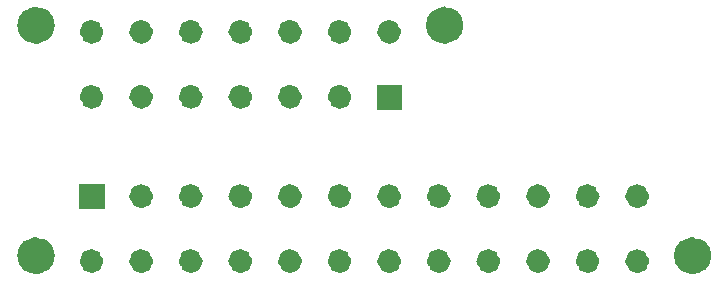
<source format=gbr>
%TF.GenerationSoftware,KiCad,Pcbnew,(5.1.9-0-10_14)*%
%TF.CreationDate,2023-05-06T09:45:43+02:00*%
%TF.ProjectId,SS1_ATX,5353315f-4154-4582-9e6b-696361645f70,rev?*%
%TF.SameCoordinates,Original*%
%TF.FileFunction,Soldermask,Bot*%
%TF.FilePolarity,Negative*%
%FSLAX46Y46*%
G04 Gerber Fmt 4.6, Leading zero omitted, Abs format (unit mm)*
G04 Created by KiCad (PCBNEW (5.1.9-0-10_14)) date 2023-05-06 09:45:43*
%MOMM*%
%LPD*%
G01*
G04 APERTURE LIST*
%ADD10C,1.026200*%
%ADD11C,1.576200*%
%ADD12C,0.010000*%
%ADD13C,3.000000*%
G04 APERTURE END LIST*
D10*
%TO.C,J2*%
X98013100Y-114390000D02*
G75*
G03*
X98013100Y-114390000I-513100J0D01*
G01*
X102213100Y-114390000D02*
G75*
G03*
X102213100Y-114390000I-513100J0D01*
G01*
X106413100Y-114390000D02*
G75*
G03*
X106413100Y-114390000I-513100J0D01*
G01*
X110613100Y-114390000D02*
G75*
G03*
X110613100Y-114390000I-513100J0D01*
G01*
X114813100Y-114390000D02*
G75*
G03*
X114813100Y-114390000I-513100J0D01*
G01*
X98013100Y-119890000D02*
G75*
G03*
X98013100Y-119890000I-513100J0D01*
G01*
X102213100Y-119890000D02*
G75*
G03*
X102213100Y-119890000I-513100J0D01*
G01*
X106413100Y-119890000D02*
G75*
G03*
X106413100Y-119890000I-513100J0D01*
G01*
X110613100Y-119890000D02*
G75*
G03*
X110613100Y-119890000I-513100J0D01*
G01*
X114813100Y-119890000D02*
G75*
G03*
X114813100Y-119890000I-513100J0D01*
G01*
D11*
X93588100Y-113830000D02*
G75*
G03*
X93588100Y-113830000I-788100J0D01*
G01*
D10*
X119013100Y-114390000D02*
G75*
G03*
X119013100Y-114390000I-513100J0D01*
G01*
X123213100Y-114390000D02*
G75*
G03*
X123213100Y-114390000I-513100J0D01*
G01*
D11*
X128188100Y-113830000D02*
G75*
G03*
X128188100Y-113830000I-788100J0D01*
G01*
D10*
X119013100Y-119890000D02*
G75*
G03*
X119013100Y-119890000I-513100J0D01*
G01*
D12*
G36*
X123726200Y-118863800D02*
G01*
X121673800Y-118863800D01*
X121673800Y-120916200D01*
X123726200Y-120916200D01*
X123726200Y-118863800D01*
G37*
X123726200Y-118863800D02*
X121673800Y-118863800D01*
X121673800Y-120916200D01*
X123726200Y-120916200D01*
X123726200Y-118863800D01*
D11*
%TO.C,J1*%
X93588100Y-133340000D02*
G75*
G03*
X93588100Y-133340000I-788100J0D01*
G01*
X149188100Y-133340000D02*
G75*
G03*
X149188100Y-133340000I-788100J0D01*
G01*
D10*
X144213100Y-133800000D02*
G75*
G03*
X144213100Y-133800000I-513100J0D01*
G01*
X140013100Y-133800000D02*
G75*
G03*
X140013100Y-133800000I-513100J0D01*
G01*
X135813100Y-133800000D02*
G75*
G03*
X135813100Y-133800000I-513100J0D01*
G01*
X131613100Y-133800000D02*
G75*
G03*
X131613100Y-133800000I-513100J0D01*
G01*
X127413100Y-133800000D02*
G75*
G03*
X127413100Y-133800000I-513100J0D01*
G01*
X123213100Y-133800000D02*
G75*
G03*
X123213100Y-133800000I-513100J0D01*
G01*
X119013100Y-133800000D02*
G75*
G03*
X119013100Y-133800000I-513100J0D01*
G01*
X114813100Y-133800000D02*
G75*
G03*
X114813100Y-133800000I-513100J0D01*
G01*
X110613100Y-133800000D02*
G75*
G03*
X110613100Y-133800000I-513100J0D01*
G01*
X106413100Y-133800000D02*
G75*
G03*
X106413100Y-133800000I-513100J0D01*
G01*
X102213100Y-133800000D02*
G75*
G03*
X102213100Y-133800000I-513100J0D01*
G01*
X98013100Y-133800000D02*
G75*
G03*
X98013100Y-133800000I-513100J0D01*
G01*
X144213100Y-128300000D02*
G75*
G03*
X144213100Y-128300000I-513100J0D01*
G01*
X140013100Y-128300000D02*
G75*
G03*
X140013100Y-128300000I-513100J0D01*
G01*
X135813100Y-128300000D02*
G75*
G03*
X135813100Y-128300000I-513100J0D01*
G01*
X131613100Y-128300000D02*
G75*
G03*
X131613100Y-128300000I-513100J0D01*
G01*
X127413100Y-128300000D02*
G75*
G03*
X127413100Y-128300000I-513100J0D01*
G01*
X123213100Y-128300000D02*
G75*
G03*
X123213100Y-128300000I-513100J0D01*
G01*
X119013100Y-128300000D02*
G75*
G03*
X119013100Y-128300000I-513100J0D01*
G01*
X114813100Y-128300000D02*
G75*
G03*
X114813100Y-128300000I-513100J0D01*
G01*
X110613100Y-128300000D02*
G75*
G03*
X110613100Y-128300000I-513100J0D01*
G01*
X106413100Y-128300000D02*
G75*
G03*
X106413100Y-128300000I-513100J0D01*
G01*
X102213100Y-128300000D02*
G75*
G03*
X102213100Y-128300000I-513100J0D01*
G01*
D12*
G36*
X98526200Y-129326200D02*
G01*
X96473800Y-129326200D01*
X96473800Y-127273800D01*
X98526200Y-127273800D01*
X98526200Y-129326200D01*
G37*
X98526200Y-129326200D02*
X96473800Y-129326200D01*
X96473800Y-127273800D01*
X98526200Y-127273800D01*
X98526200Y-129326200D01*
%TD*%
D13*
%TO.C,J2*%
X127400000Y-113830000D03*
X92800000Y-113830000D03*
%TD*%
%TO.C,J1*%
X92800000Y-133340000D03*
X148400000Y-133340000D03*
%TD*%
M02*

</source>
